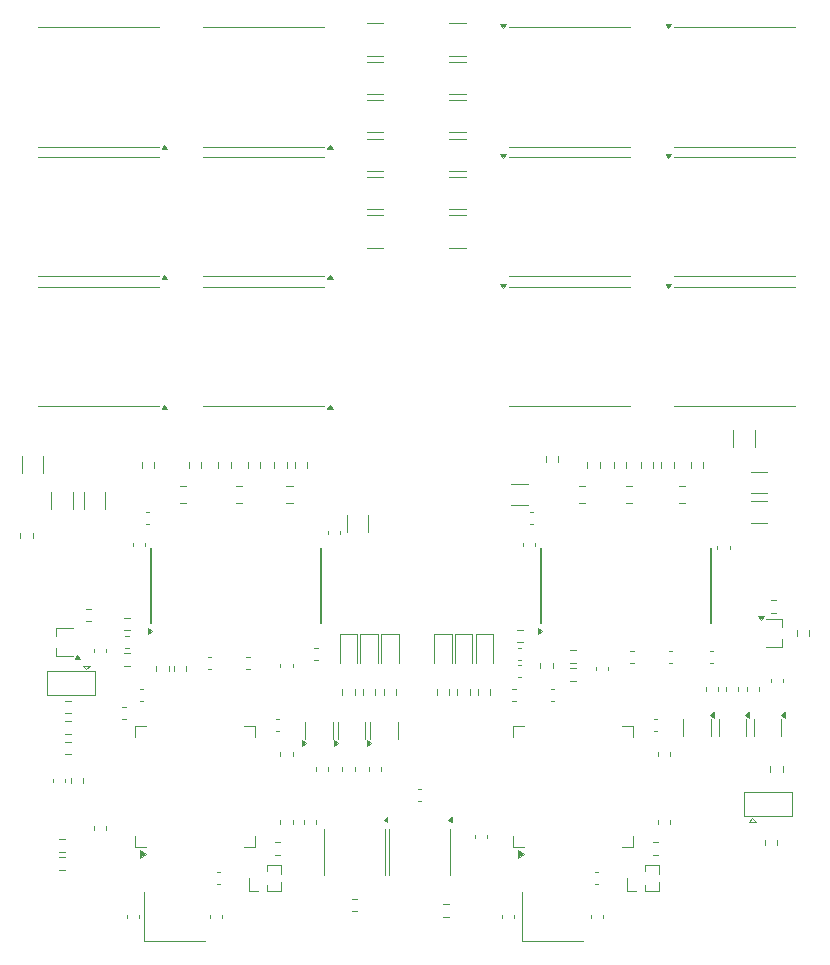
<source format=gbr>
%TF.GenerationSoftware,KiCad,Pcbnew,8.0.1*%
%TF.CreationDate,2024-06-01T22:58:48+02:00*%
%TF.ProjectId,vesc6,76657363-362e-46b6-9963-61645f706362,rev?*%
%TF.SameCoordinates,Original*%
%TF.FileFunction,Legend,Top*%
%TF.FilePolarity,Positive*%
%FSLAX46Y46*%
G04 Gerber Fmt 4.6, Leading zero omitted, Abs format (unit mm)*
G04 Created by KiCad (PCBNEW 8.0.1) date 2024-06-01 22:58:48*
%MOMM*%
%LPD*%
G01*
G04 APERTURE LIST*
%ADD10C,0.120000*%
%ADD11C,0.150000*%
G04 APERTURE END LIST*
D10*
%TO.C,C42*%
X137788748Y-43890000D02*
X139211252Y-43890000D01*
X137788748Y-46610000D02*
X139211252Y-46610000D01*
%TO.C,C4*%
X104240000Y-104609420D02*
X104240000Y-104890580D01*
X105260000Y-104609420D02*
X105260000Y-104890580D01*
%TO.C,R74*%
X129987258Y-114727500D02*
X129512742Y-114727500D01*
X129987258Y-115772500D02*
X129512742Y-115772500D01*
%TO.C,Q1*%
X164570000Y-91090000D02*
X165980000Y-91090000D01*
X164570000Y-93410000D02*
X165980000Y-93410000D01*
X165980000Y-91090000D02*
X165980000Y-91750000D01*
X165980000Y-92750000D02*
X165980000Y-93410000D01*
X164200000Y-91110000D02*
X163960000Y-90780000D01*
X164440000Y-90780000D01*
X164200000Y-91110000D01*
G36*
X164200000Y-91110000D02*
G01*
X163960000Y-90780000D01*
X164440000Y-90780000D01*
X164200000Y-91110000D01*
G37*
%TO.C,U2*%
X157590000Y-99550000D02*
X157590000Y-100950000D01*
X159910000Y-99540000D02*
X159910000Y-100950000D01*
X160190000Y-99410000D02*
X159860000Y-99170000D01*
X160190000Y-98930000D01*
X160190000Y-99410000D01*
G36*
X160190000Y-99410000D02*
G01*
X159860000Y-99170000D01*
X160190000Y-98930000D01*
X160190000Y-99410000D01*
G37*
%TO.C,R42*%
X158227500Y-78237258D02*
X158227500Y-77762742D01*
X159272500Y-78237258D02*
X159272500Y-77762742D01*
%TO.C,C82*%
X107740000Y-108890580D02*
X107740000Y-108609420D01*
X108760000Y-108890580D02*
X108760000Y-108609420D01*
%TO.C,Q8*%
X113200000Y-40940000D02*
X102930000Y-40940000D01*
X113200000Y-51060000D02*
X102930000Y-51060000D01*
X113900000Y-51290000D02*
X113420000Y-51290000D01*
X113660000Y-50960000D01*
X113900000Y-51290000D01*
G36*
X113900000Y-51290000D02*
G01*
X113420000Y-51290000D01*
X113660000Y-50960000D01*
X113900000Y-51290000D01*
G37*
%TO.C,R60*%
X124727500Y-78237258D02*
X124727500Y-77762742D01*
X125772500Y-78237258D02*
X125772500Y-77762742D01*
%TO.C,R15*%
X138477500Y-97012742D02*
X138477500Y-97487258D01*
X139522500Y-97012742D02*
X139522500Y-97487258D01*
%TO.C,C18*%
X156646267Y-93740000D02*
X156353733Y-93740000D01*
X156646267Y-94760000D02*
X156353733Y-94760000D01*
%TO.C,Q10*%
X113200000Y-51940000D02*
X102930000Y-51940000D01*
X113200000Y-62060000D02*
X102930000Y-62060000D01*
X113900000Y-62290000D02*
X113420000Y-62290000D01*
X113660000Y-61960000D01*
X113900000Y-62290000D01*
G36*
X113900000Y-62290000D02*
G01*
X113420000Y-62290000D01*
X113660000Y-61960000D01*
X113900000Y-62290000D01*
G37*
%TO.C,D6*%
X138265000Y-92340000D02*
X138265000Y-94800000D01*
X139735000Y-92340000D02*
X138265000Y-92340000D01*
X139735000Y-94800000D02*
X139735000Y-92340000D01*
%TO.C,C50*%
X137788748Y-50390000D02*
X139211252Y-50390000D01*
X137788748Y-53110000D02*
X139211252Y-53110000D01*
%TO.C,R19*%
X145477500Y-95237258D02*
X145477500Y-94762742D01*
X146522500Y-95237258D02*
X146522500Y-94762742D01*
%TO.C,C86*%
X123109420Y-99490000D02*
X123390580Y-99490000D01*
X123109420Y-100510000D02*
X123390580Y-100510000D01*
%TO.C,C65*%
X132211252Y-56890000D02*
X130788748Y-56890000D01*
X132211252Y-59610000D02*
X130788748Y-59610000D01*
%TO.C,C92*%
X117646267Y-94240000D02*
X117353733Y-94240000D01*
X117646267Y-95260000D02*
X117353733Y-95260000D01*
%TO.C,C24*%
X143990000Y-84890580D02*
X143990000Y-84609420D01*
X145010000Y-84890580D02*
X145010000Y-84609420D01*
%TO.C,R62*%
X112977500Y-95012742D02*
X112977500Y-95487258D01*
X114022500Y-95012742D02*
X114022500Y-95487258D01*
%TO.C,C57*%
X135109420Y-105490000D02*
X135390580Y-105490000D01*
X135109420Y-106510000D02*
X135390580Y-106510000D01*
%TO.C,C19*%
X143890580Y-93490000D02*
X143609420Y-93490000D01*
X143890580Y-94510000D02*
X143609420Y-94510000D01*
%TO.C,C88*%
X117490000Y-116109420D02*
X117490000Y-116390580D01*
X118510000Y-116109420D02*
X118510000Y-116390580D01*
%TO.C,R14*%
X140227500Y-97012742D02*
X140227500Y-97487258D01*
X141272500Y-97012742D02*
X141272500Y-97487258D01*
%TO.C,C80*%
X132211252Y-43890000D02*
X130788748Y-43890000D01*
X132211252Y-46610000D02*
X130788748Y-46610000D01*
%TO.C,R63*%
X110262742Y-93977500D02*
X110737258Y-93977500D01*
X110262742Y-95022500D02*
X110737258Y-95022500D01*
%TO.C,C22*%
X153109420Y-93740000D02*
X153390580Y-93740000D01*
X153109420Y-94760000D02*
X153390580Y-94760000D01*
%TO.C,R47*%
X132227500Y-97012742D02*
X132227500Y-97487258D01*
X133272500Y-97012742D02*
X133272500Y-97487258D01*
%TO.C,SW2*%
X103700000Y-95500000D02*
X107800000Y-95500000D01*
X103700000Y-97500000D02*
X103700000Y-95500000D01*
X107050000Y-95300000D02*
X106750000Y-95000000D01*
X107050000Y-95300000D02*
X107350000Y-95000000D01*
X107350000Y-95000000D02*
X106750000Y-95000000D01*
X107800000Y-95500000D02*
X107800000Y-97500000D01*
X107800000Y-97500000D02*
X103700000Y-97500000D01*
%TO.C,R10*%
X164477500Y-110237258D02*
X164477500Y-109762742D01*
X165522500Y-110237258D02*
X165522500Y-109762742D01*
%TO.C,C25*%
X163288748Y-81090000D02*
X164711252Y-81090000D01*
X163288748Y-82910000D02*
X164711252Y-82910000D01*
%TO.C,C94*%
X126490000Y-103890580D02*
X126490000Y-103609420D01*
X127510000Y-103890580D02*
X127510000Y-103609420D01*
%TO.C,C87*%
X110490000Y-116390580D02*
X110490000Y-116109420D01*
X111510000Y-116390580D02*
X111510000Y-116109420D01*
%TO.C,R16*%
X136727500Y-97012742D02*
X136727500Y-97487258D01*
X137772500Y-97012742D02*
X137772500Y-97487258D01*
%TO.C,C66*%
X132211252Y-53640000D02*
X130788748Y-53640000D01*
X132211252Y-56360000D02*
X130788748Y-56360000D01*
%TO.C,C90*%
X123490000Y-102359420D02*
X123490000Y-102640580D01*
X124510000Y-102359420D02*
X124510000Y-102640580D01*
%TO.C,C10*%
X142240000Y-116390580D02*
X142240000Y-116109420D01*
X143260000Y-116390580D02*
X143260000Y-116109420D01*
D11*
%TO.C,U22*%
X112550000Y-91425000D02*
X112550000Y-85075000D01*
X126950000Y-91425000D02*
X126950000Y-85075000D01*
D10*
X112600000Y-92050000D02*
X112270000Y-92290000D01*
X112270000Y-91810000D01*
X112600000Y-92050000D01*
G36*
X112600000Y-92050000D02*
G01*
X112270000Y-92290000D01*
X112270000Y-91810000D01*
X112600000Y-92050000D01*
G37*
%TO.C,SW1*%
X162700000Y-105750000D02*
X166800000Y-105750000D01*
X162700000Y-107750000D02*
X162700000Y-105750000D01*
X163150000Y-108250000D02*
X163750000Y-108250000D01*
X163450000Y-107950000D02*
X163150000Y-108250000D01*
X163450000Y-107950000D02*
X163750000Y-108250000D01*
X166800000Y-105750000D02*
X166800000Y-107750000D01*
X166800000Y-107750000D02*
X162700000Y-107750000D01*
%TO.C,C118*%
X125490000Y-108109420D02*
X125490000Y-108390580D01*
X126510000Y-108109420D02*
X126510000Y-108390580D01*
%TO.C,R50*%
X111727500Y-78237258D02*
X111727500Y-77762742D01*
X112772500Y-78237258D02*
X112772500Y-77762742D01*
%TO.C,C26*%
X162990000Y-96859420D02*
X162990000Y-97140580D01*
X164010000Y-96859420D02*
X164010000Y-97140580D01*
%TO.C,TH2*%
X120840000Y-114110000D02*
X120840000Y-113000000D01*
X121600000Y-114110000D02*
X120840000Y-114110000D01*
X122360000Y-111890000D02*
X123565000Y-111890000D01*
X122360000Y-112436529D02*
X122360000Y-111890000D01*
X122360000Y-114110000D02*
X122360000Y-113563471D01*
X122360000Y-114110000D02*
X123565000Y-114110000D01*
X123565000Y-112692470D02*
X123565000Y-111890000D01*
X123565000Y-114110000D02*
X123565000Y-113307530D01*
%TO.C,TH1*%
X152840000Y-114110000D02*
X152840000Y-113000000D01*
X153600000Y-114110000D02*
X152840000Y-114110000D01*
X154360000Y-111890000D02*
X155565000Y-111890000D01*
X154360000Y-112436529D02*
X154360000Y-111890000D01*
X154360000Y-114110000D02*
X154360000Y-113563471D01*
X154360000Y-114110000D02*
X155565000Y-114110000D01*
X155565000Y-112692470D02*
X155565000Y-111890000D01*
X155565000Y-114110000D02*
X155565000Y-113307530D01*
%TO.C,C74*%
X132211252Y-50390000D02*
X130788748Y-50390000D01*
X132211252Y-53110000D02*
X130788748Y-53110000D01*
%TO.C,R18*%
X148012742Y-93727500D02*
X148487258Y-93727500D01*
X148012742Y-94772500D02*
X148487258Y-94772500D01*
%TO.C,C14*%
X146359420Y-96990000D02*
X146640580Y-96990000D01*
X146359420Y-98010000D02*
X146640580Y-98010000D01*
%TO.C,R22*%
X143512742Y-91977500D02*
X143987258Y-91977500D01*
X143512742Y-93022500D02*
X143987258Y-93022500D01*
%TO.C,R28*%
X165012742Y-89477500D02*
X165487258Y-89477500D01*
X165012742Y-90522500D02*
X165487258Y-90522500D01*
%TO.C,R29*%
X167227500Y-92487258D02*
X167227500Y-92012742D01*
X168272500Y-92487258D02*
X168272500Y-92012742D01*
%TO.C,R32*%
X145977500Y-77737258D02*
X145977500Y-77262742D01*
X147022500Y-77737258D02*
X147022500Y-77262742D01*
%TO.C,C20*%
X159490000Y-96859420D02*
X159490000Y-97140580D01*
X160510000Y-96859420D02*
X160510000Y-97140580D01*
%TO.C,Q9*%
X127200000Y-40940000D02*
X116930000Y-40940000D01*
X127200000Y-51060000D02*
X116930000Y-51060000D01*
X127900000Y-51290000D02*
X127420000Y-51290000D01*
X127660000Y-50960000D01*
X127900000Y-51290000D01*
G36*
X127900000Y-51290000D02*
G01*
X127420000Y-51290000D01*
X127660000Y-50960000D01*
X127900000Y-51290000D01*
G37*
%TO.C,R36*%
X151727500Y-78237258D02*
X151727500Y-77762742D01*
X152772500Y-78237258D02*
X152772500Y-77762742D01*
%TO.C,R41*%
X155727500Y-78237258D02*
X155727500Y-77762742D01*
X156772500Y-78237258D02*
X156772500Y-77762742D01*
%TO.C,C23*%
X161240000Y-96859420D02*
X161240000Y-97140580D01*
X162260000Y-96859420D02*
X162260000Y-97140580D01*
%TO.C,C99*%
X128740000Y-103890580D02*
X128740000Y-103609420D01*
X129760000Y-103890580D02*
X129760000Y-103609420D01*
%TO.C,D2*%
X130265000Y-92340000D02*
X130265000Y-94800000D01*
X131735000Y-92340000D02*
X130265000Y-92340000D01*
X131735000Y-94800000D02*
X131735000Y-92340000D01*
%TO.C,C81*%
X132211252Y-40640000D02*
X130788748Y-40640000D01*
X132211252Y-43360000D02*
X130788748Y-43360000D01*
%TO.C,Y1*%
X143900000Y-114150000D02*
X143900000Y-118350000D01*
X143900000Y-118350000D02*
X149100000Y-118350000D01*
%TO.C,C107*%
X129090000Y-83711252D02*
X129090000Y-82288748D01*
X130910000Y-83711252D02*
X130910000Y-82288748D01*
%TO.C,C6*%
X139990000Y-109640580D02*
X139990000Y-109359420D01*
X141010000Y-109640580D02*
X141010000Y-109359420D01*
%TO.C,Q12*%
X113200000Y-62940000D02*
X102930000Y-62940000D01*
X113200000Y-73060000D02*
X102930000Y-73060000D01*
X113900000Y-73290000D02*
X113420000Y-73290000D01*
X113660000Y-72960000D01*
X113900000Y-73290000D01*
G36*
X113900000Y-73290000D02*
G01*
X113420000Y-73290000D01*
X113660000Y-72960000D01*
X113900000Y-73290000D01*
G37*
%TO.C,R44*%
X104762742Y-111227500D02*
X105237258Y-111227500D01*
X104762742Y-112272500D02*
X105237258Y-112272500D01*
%TO.C,C15*%
X143890580Y-94990000D02*
X143609420Y-94990000D01*
X143890580Y-96010000D02*
X143609420Y-96010000D01*
%TO.C,C106*%
X127490000Y-83890580D02*
X127490000Y-83609420D01*
X128510000Y-83890580D02*
X128510000Y-83609420D01*
%TO.C,C54*%
X137788748Y-53640000D02*
X139211252Y-53640000D01*
X137788748Y-56360000D02*
X139211252Y-56360000D01*
%TO.C,C8*%
X155109420Y-99490000D02*
X155390580Y-99490000D01*
X155109420Y-100510000D02*
X155390580Y-100510000D01*
%TO.C,C97*%
X110640580Y-92490000D02*
X110359420Y-92490000D01*
X110640580Y-93510000D02*
X110359420Y-93510000D01*
%TO.C,C29*%
X153261252Y-79765000D02*
X152738748Y-79765000D01*
X153261252Y-81235000D02*
X152738748Y-81235000D01*
%TO.C,C95*%
X120609420Y-94240000D02*
X120890580Y-94240000D01*
X120609420Y-95260000D02*
X120890580Y-95260000D01*
%TO.C,C91*%
X111890580Y-96990000D02*
X111609420Y-96990000D01*
X111890580Y-98010000D02*
X111609420Y-98010000D01*
%TO.C,R61*%
X114477500Y-95487258D02*
X114477500Y-95012742D01*
X115522500Y-95487258D02*
X115522500Y-95012742D01*
%TO.C,U1*%
X143140000Y-100140000D02*
X144090000Y-100140000D01*
X143140000Y-101090000D02*
X143140000Y-100140000D01*
X143140000Y-109410000D02*
X143140000Y-110360000D01*
X143140000Y-110360000D02*
X144090000Y-110360000D01*
X153360000Y-100140000D02*
X152410000Y-100140000D01*
X153360000Y-101090000D02*
X153360000Y-100140000D01*
X153360000Y-109410000D02*
X153360000Y-110360000D01*
X153360000Y-110360000D02*
X152410000Y-110360000D01*
X144090000Y-110975000D02*
X143620000Y-111315000D01*
X143620000Y-110635000D01*
X144090000Y-110975000D01*
G36*
X144090000Y-110975000D02*
G01*
X143620000Y-111315000D01*
X143620000Y-110635000D01*
X144090000Y-110975000D01*
G37*
%TO.C,C104*%
X120261252Y-79765000D02*
X119738748Y-79765000D01*
X120261252Y-81235000D02*
X119738748Y-81235000D01*
%TO.C,C105*%
X124511252Y-79765000D02*
X123988748Y-79765000D01*
X124511252Y-81235000D02*
X123988748Y-81235000D01*
%TO.C,R51*%
X115727500Y-78237258D02*
X115727500Y-77762742D01*
X116772500Y-78237258D02*
X116772500Y-77762742D01*
%TO.C,U14*%
X132690000Y-110750000D02*
X132690000Y-108800000D01*
X132690000Y-110750000D02*
X132690000Y-112700000D01*
X137810000Y-110750000D02*
X137810000Y-108800000D01*
X137810000Y-110750000D02*
X137810000Y-112700000D01*
X138045000Y-108290000D02*
X137715000Y-108050000D01*
X138045000Y-107810000D01*
X138045000Y-108290000D01*
G36*
X138045000Y-108290000D02*
G01*
X137715000Y-108050000D01*
X138045000Y-107810000D01*
X138045000Y-108290000D01*
G37*
%TO.C,C9*%
X155490000Y-108109420D02*
X155490000Y-108390580D01*
X156510000Y-108109420D02*
X156510000Y-108390580D01*
%TO.C,Y2*%
X111900000Y-114150000D02*
X111900000Y-118350000D01*
X111900000Y-118350000D02*
X117100000Y-118350000D01*
%TO.C,R35*%
X105727500Y-104512742D02*
X105727500Y-104987258D01*
X106772500Y-104512742D02*
X106772500Y-104987258D01*
%TO.C,R39*%
X104762742Y-109727500D02*
X105237258Y-109727500D01*
X104762742Y-110772500D02*
X105237258Y-110772500D01*
%TO.C,R54*%
X118227500Y-78237258D02*
X118227500Y-77762742D01*
X119272500Y-78237258D02*
X119272500Y-77762742D01*
%TO.C,R48*%
X123487258Y-109977500D02*
X123012742Y-109977500D01*
X123487258Y-111022500D02*
X123012742Y-111022500D01*
%TO.C,Q7*%
X142800000Y-62940000D02*
X153070000Y-62940000D01*
X142800000Y-73060000D02*
X153070000Y-73060000D01*
X142340000Y-63040000D02*
X142100000Y-62710000D01*
X142580000Y-62710000D01*
X142340000Y-63040000D01*
G36*
X142340000Y-63040000D02*
G01*
X142100000Y-62710000D01*
X142580000Y-62710000D01*
X142340000Y-63040000D01*
G37*
%TO.C,R5*%
X105737258Y-99727500D02*
X105262742Y-99727500D01*
X105737258Y-100772500D02*
X105262742Y-100772500D01*
%TO.C,D1*%
X128515000Y-92340000D02*
X128515000Y-94800000D01*
X129985000Y-92340000D02*
X128515000Y-92340000D01*
X129985000Y-94800000D02*
X129985000Y-92340000D01*
%TO.C,C17*%
X150240000Y-95103733D02*
X150240000Y-95396267D01*
X151260000Y-95103733D02*
X151260000Y-95396267D01*
%TO.C,D3*%
X132015000Y-92340000D02*
X132015000Y-94800000D01*
X133485000Y-92340000D02*
X132015000Y-92340000D01*
X133485000Y-94800000D02*
X133485000Y-92340000D01*
%TO.C,C101*%
X130990000Y-103890580D02*
X130990000Y-103609420D01*
X132010000Y-103890580D02*
X132010000Y-103609420D01*
%TO.C,C55*%
X137788748Y-56890000D02*
X139211252Y-56890000D01*
X137788748Y-59610000D02*
X139211252Y-59610000D01*
%TO.C,C5*%
X150390580Y-112490000D02*
X150109420Y-112490000D01*
X150390580Y-113510000D02*
X150109420Y-113510000D01*
%TO.C,C31*%
X163288748Y-78590000D02*
X164711252Y-78590000D01*
X163288748Y-80410000D02*
X164711252Y-80410000D01*
%TO.C,C3*%
X164990000Y-96390580D02*
X164990000Y-96109420D01*
X166010000Y-96390580D02*
X166010000Y-96109420D01*
%TO.C,R45*%
X128727500Y-97012742D02*
X128727500Y-97487258D01*
X129772500Y-97012742D02*
X129772500Y-97487258D01*
%TO.C,U24*%
X131090000Y-101210000D02*
X131090000Y-99800000D01*
X133410000Y-101200000D02*
X133410000Y-99800000D01*
X131140000Y-101580000D02*
X130810000Y-101820000D01*
X130810000Y-101340000D01*
X131140000Y-101580000D01*
G36*
X131140000Y-101580000D02*
G01*
X130810000Y-101820000D01*
X130810000Y-101340000D01*
X131140000Y-101580000D01*
G37*
%TO.C,R11*%
X164977500Y-103512742D02*
X164977500Y-103987258D01*
X166022500Y-103512742D02*
X166022500Y-103987258D01*
%TO.C,C7*%
X143390580Y-96990000D02*
X143109420Y-96990000D01*
X143390580Y-98010000D02*
X143109420Y-98010000D01*
%TO.C,C11*%
X149740000Y-116109420D02*
X149740000Y-116390580D01*
X150760000Y-116109420D02*
X150760000Y-116390580D01*
%TO.C,U5*%
X163590000Y-99550000D02*
X163590000Y-100950000D01*
X165910000Y-99540000D02*
X165910000Y-100950000D01*
X166190000Y-99410000D02*
X165860000Y-99170000D01*
X166190000Y-98930000D01*
X166190000Y-99410000D01*
G36*
X166190000Y-99410000D02*
G01*
X165860000Y-99170000D01*
X166190000Y-98930000D01*
X166190000Y-99410000D01*
G37*
%TO.C,C32*%
X144461252Y-79590000D02*
X143038748Y-79590000D01*
X144461252Y-81410000D02*
X143038748Y-81410000D01*
%TO.C,R30*%
X155487258Y-109977500D02*
X155012742Y-109977500D01*
X155487258Y-111022500D02*
X155012742Y-111022500D01*
%TO.C,R4*%
X105737258Y-97977500D02*
X105262742Y-97977500D01*
X105737258Y-99022500D02*
X105262742Y-99022500D01*
%TO.C,C1*%
X160490000Y-84859420D02*
X160490000Y-85140580D01*
X161510000Y-84859420D02*
X161510000Y-85140580D01*
%TO.C,FB2*%
X101590000Y-78727064D02*
X101590000Y-77272936D01*
X103410000Y-78727064D02*
X103410000Y-77272936D01*
%TO.C,R72*%
X101477500Y-83762742D02*
X101477500Y-84237258D01*
X102522500Y-83762742D02*
X102522500Y-84237258D01*
%TO.C,FB1*%
X161840000Y-76477064D02*
X161840000Y-75022936D01*
X163660000Y-76477064D02*
X163660000Y-75022936D01*
%TO.C,R73*%
X107012742Y-90227500D02*
X107487258Y-90227500D01*
X107012742Y-91272500D02*
X107487258Y-91272500D01*
%TO.C,C75*%
X132211252Y-47140000D02*
X130788748Y-47140000D01*
X132211252Y-49860000D02*
X130788748Y-49860000D01*
%TO.C,C103*%
X115511252Y-79765000D02*
X114988748Y-79765000D01*
X115511252Y-81235000D02*
X114988748Y-81235000D01*
%TO.C,C30*%
X157761252Y-79765000D02*
X157238748Y-79765000D01*
X157761252Y-81235000D02*
X157238748Y-81235000D01*
%TO.C,C110*%
X104090000Y-80288748D02*
X104090000Y-81711252D01*
X105910000Y-80288748D02*
X105910000Y-81711252D01*
%TO.C,C108*%
X112390580Y-81990000D02*
X112109420Y-81990000D01*
X112390580Y-83010000D02*
X112109420Y-83010000D01*
%TO.C,C49*%
X137788748Y-47140000D02*
X139211252Y-47140000D01*
X137788748Y-49860000D02*
X139211252Y-49860000D01*
%TO.C,R33*%
X149477500Y-78237258D02*
X149477500Y-77762742D01*
X150522500Y-78237258D02*
X150522500Y-77762742D01*
%TO.C,C83*%
X118390580Y-112490000D02*
X118109420Y-112490000D01*
X118390580Y-113510000D02*
X118109420Y-113510000D01*
%TO.C,Q2*%
X156800000Y-40940000D02*
X167070000Y-40940000D01*
X156800000Y-51060000D02*
X167070000Y-51060000D01*
X156340000Y-41040000D02*
X156100000Y-40710000D01*
X156580000Y-40710000D01*
X156340000Y-41040000D01*
G36*
X156340000Y-41040000D02*
G01*
X156100000Y-40710000D01*
X156580000Y-40710000D01*
X156340000Y-41040000D01*
G37*
%TO.C,Q6*%
X156800000Y-62940000D02*
X167070000Y-62940000D01*
X156800000Y-73060000D02*
X167070000Y-73060000D01*
X156340000Y-63040000D02*
X156100000Y-62710000D01*
X156580000Y-62710000D01*
X156340000Y-63040000D01*
G36*
X156340000Y-63040000D02*
G01*
X156100000Y-62710000D01*
X156580000Y-62710000D01*
X156340000Y-63040000D01*
G37*
%TO.C,C21*%
X159853733Y-93740000D02*
X160146267Y-93740000D01*
X159853733Y-94760000D02*
X160146267Y-94760000D01*
%TO.C,C84*%
X123490000Y-108109420D02*
X123490000Y-108390580D01*
X124510000Y-108109420D02*
X124510000Y-108390580D01*
%TO.C,C85*%
X110390580Y-98490000D02*
X110109420Y-98490000D01*
X110390580Y-99510000D02*
X110109420Y-99510000D01*
%TO.C,R66*%
X110262742Y-90977500D02*
X110737258Y-90977500D01*
X110262742Y-92022500D02*
X110737258Y-92022500D01*
%TO.C,R59*%
X122977500Y-78237258D02*
X122977500Y-77762742D01*
X124022500Y-78237258D02*
X124022500Y-77762742D01*
%TO.C,Q5*%
X142800000Y-51940000D02*
X153070000Y-51940000D01*
X142800000Y-62060000D02*
X153070000Y-62060000D01*
X142340000Y-52040000D02*
X142100000Y-51710000D01*
X142580000Y-51710000D01*
X142340000Y-52040000D01*
G36*
X142340000Y-52040000D02*
G01*
X142100000Y-51710000D01*
X142580000Y-51710000D01*
X142340000Y-52040000D01*
G37*
%TO.C,R17*%
X148487258Y-95227500D02*
X148012742Y-95227500D01*
X148487258Y-96272500D02*
X148012742Y-96272500D01*
%TO.C,C28*%
X149261252Y-79765000D02*
X148738748Y-79765000D01*
X149261252Y-81235000D02*
X148738748Y-81235000D01*
%TO.C,C96*%
X123490000Y-94853733D02*
X123490000Y-95146267D01*
X124510000Y-94853733D02*
X124510000Y-95146267D01*
%TO.C,Q11*%
X127200000Y-51940000D02*
X116930000Y-51940000D01*
X127200000Y-62060000D02*
X116930000Y-62060000D01*
X127900000Y-62290000D02*
X127420000Y-62290000D01*
X127660000Y-61960000D01*
X127900000Y-62290000D01*
G36*
X127900000Y-62290000D02*
G01*
X127420000Y-62290000D01*
X127660000Y-61960000D01*
X127900000Y-62290000D01*
G37*
%TO.C,U4*%
X160590000Y-99550000D02*
X160590000Y-100950000D01*
X162910000Y-99540000D02*
X162910000Y-100950000D01*
X163190000Y-99410000D02*
X162860000Y-99170000D01*
X163190000Y-98930000D01*
X163190000Y-99410000D01*
G36*
X163190000Y-99410000D02*
G01*
X162860000Y-99170000D01*
X163190000Y-98930000D01*
X163190000Y-99410000D01*
G37*
%TO.C,R43*%
X137737258Y-115227500D02*
X137262742Y-115227500D01*
X137737258Y-116272500D02*
X137262742Y-116272500D01*
%TO.C,Q13*%
X127200000Y-62940000D02*
X116930000Y-62940000D01*
X127200000Y-73060000D02*
X116930000Y-73060000D01*
X127900000Y-73290000D02*
X127420000Y-73290000D01*
X127660000Y-72960000D01*
X127900000Y-73290000D01*
G36*
X127900000Y-73290000D02*
G01*
X127420000Y-73290000D01*
X127660000Y-72960000D01*
X127900000Y-73290000D01*
G37*
%TO.C,Q4*%
X156800000Y-51940000D02*
X167070000Y-51940000D01*
X156800000Y-62060000D02*
X167070000Y-62060000D01*
X156340000Y-52040000D02*
X156100000Y-51710000D01*
X156580000Y-51710000D01*
X156340000Y-52040000D01*
G36*
X156340000Y-52040000D02*
G01*
X156100000Y-51710000D01*
X156580000Y-51710000D01*
X156340000Y-52040000D01*
G37*
%TO.C,C13*%
X155490000Y-102359420D02*
X155490000Y-102640580D01*
X156510000Y-102359420D02*
X156510000Y-102640580D01*
%TO.C,C93*%
X107740000Y-93890580D02*
X107740000Y-93609420D01*
X108760000Y-93890580D02*
X108760000Y-93609420D01*
%TO.C,R37*%
X153977500Y-78237258D02*
X153977500Y-77762742D01*
X155022500Y-78237258D02*
X155022500Y-77762742D01*
%TO.C,D7*%
X136515000Y-92340000D02*
X136515000Y-94800000D01*
X137985000Y-92340000D02*
X136515000Y-92340000D01*
X137985000Y-94800000D02*
X137985000Y-92340000D01*
%TO.C,R46*%
X130477500Y-97012742D02*
X130477500Y-97487258D01*
X131522500Y-97012742D02*
X131522500Y-97487258D01*
%TO.C,C109*%
X106840000Y-80288748D02*
X106840000Y-81711252D01*
X108660000Y-80288748D02*
X108660000Y-81711252D01*
%TO.C,U20*%
X111140000Y-100140000D02*
X112090000Y-100140000D01*
X111140000Y-101090000D02*
X111140000Y-100140000D01*
X111140000Y-109410000D02*
X111140000Y-110360000D01*
X111140000Y-110360000D02*
X112090000Y-110360000D01*
X121360000Y-100140000D02*
X120410000Y-100140000D01*
X121360000Y-101090000D02*
X121360000Y-100140000D01*
X121360000Y-109410000D02*
X121360000Y-110360000D01*
X121360000Y-110360000D02*
X120410000Y-110360000D01*
X112090000Y-110975000D02*
X111620000Y-111315000D01*
X111620000Y-110635000D01*
X112090000Y-110975000D01*
G36*
X112090000Y-110975000D02*
G01*
X111620000Y-111315000D01*
X111620000Y-110635000D01*
X112090000Y-110975000D01*
G37*
%TO.C,R9*%
X105737258Y-101477500D02*
X105262742Y-101477500D01*
X105737258Y-102522500D02*
X105262742Y-102522500D01*
%TO.C,C100*%
X110990000Y-84890580D02*
X110990000Y-84609420D01*
X112010000Y-84890580D02*
X112010000Y-84609420D01*
%TO.C,U26*%
X127190000Y-110750000D02*
X127190000Y-108800000D01*
X127190000Y-110750000D02*
X127190000Y-112700000D01*
X132310000Y-110750000D02*
X132310000Y-108800000D01*
X132310000Y-110750000D02*
X132310000Y-112700000D01*
X132545000Y-108290000D02*
X132215000Y-108050000D01*
X132545000Y-107810000D01*
X132545000Y-108290000D01*
G36*
X132545000Y-108290000D02*
G01*
X132215000Y-108050000D01*
X132545000Y-107810000D01*
X132545000Y-108290000D01*
G37*
%TO.C,C2*%
X144890580Y-81990000D02*
X144609420Y-81990000D01*
X144890580Y-83010000D02*
X144609420Y-83010000D01*
D11*
%TO.C,U3*%
X145550000Y-91425000D02*
X145550000Y-85075000D01*
X159950000Y-91425000D02*
X159950000Y-85075000D01*
D10*
X145600000Y-92050000D02*
X145270000Y-92290000D01*
X145270000Y-91810000D01*
X145600000Y-92050000D01*
G36*
X145600000Y-92050000D02*
G01*
X145270000Y-92290000D01*
X145270000Y-91810000D01*
X145600000Y-92050000D01*
G37*
%TO.C,R55*%
X120727500Y-78237258D02*
X120727500Y-77762742D01*
X121772500Y-78237258D02*
X121772500Y-77762742D01*
%TO.C,C41*%
X137788748Y-40640000D02*
X139211252Y-40640000D01*
X137788748Y-43360000D02*
X139211252Y-43360000D01*
%TO.C,Q3*%
X142800000Y-40940000D02*
X153070000Y-40940000D01*
X142800000Y-51060000D02*
X153070000Y-51060000D01*
X142340000Y-41040000D02*
X142100000Y-40710000D01*
X142580000Y-40710000D01*
X142340000Y-41040000D01*
G36*
X142340000Y-41040000D02*
G01*
X142100000Y-40710000D01*
X142580000Y-40710000D01*
X142340000Y-41040000D01*
G37*
%TO.C,U23*%
X128340000Y-101210000D02*
X128340000Y-99800000D01*
X130660000Y-101200000D02*
X130660000Y-99800000D01*
X128390000Y-101580000D02*
X128060000Y-101820000D01*
X128060000Y-101340000D01*
X128390000Y-101580000D01*
G36*
X128390000Y-101580000D02*
G01*
X128060000Y-101820000D01*
X128060000Y-101340000D01*
X128390000Y-101580000D01*
G37*
%TO.C,U21*%
X125590000Y-101210000D02*
X125590000Y-99800000D01*
X127910000Y-101200000D02*
X127910000Y-99800000D01*
X125640000Y-101580000D02*
X125310000Y-101820000D01*
X125310000Y-101340000D01*
X125640000Y-101580000D01*
G36*
X125640000Y-101580000D02*
G01*
X125310000Y-101820000D01*
X125310000Y-101340000D01*
X125640000Y-101580000D01*
G37*
%TO.C,Q14*%
X104520000Y-92500000D02*
X104520000Y-91840000D01*
X104520000Y-94160000D02*
X104520000Y-93500000D01*
X105930000Y-91840000D02*
X104520000Y-91840000D01*
X105930000Y-94160000D02*
X104520000Y-94160000D01*
X106540000Y-94470000D02*
X106060000Y-94470000D01*
X106300000Y-94140000D01*
X106540000Y-94470000D01*
G36*
X106540000Y-94470000D02*
G01*
X106060000Y-94470000D01*
X106300000Y-94140000D01*
X106540000Y-94470000D01*
G37*
%TO.C,D5*%
X140015000Y-92340000D02*
X140015000Y-94800000D01*
X141485000Y-92340000D02*
X140015000Y-92340000D01*
X141485000Y-94800000D02*
X141485000Y-92340000D01*
%TO.C,C98*%
X126353733Y-93490000D02*
X126646267Y-93490000D01*
X126353733Y-94510000D02*
X126646267Y-94510000D01*
%TD*%
M02*

</source>
